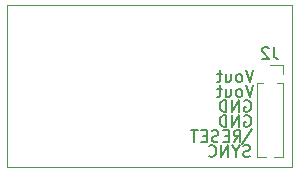
<source format=gbr>
%TF.GenerationSoftware,KiCad,Pcbnew,(5.1.9)-1*%
%TF.CreationDate,2021-04-13T21:36:38+02:00*%
%TF.ProjectId,PS-DC-3V3-2A,50532d44-432d-4335-9633-2d32412e6b69,V1.0*%
%TF.SameCoordinates,Original*%
%TF.FileFunction,Legend,Bot*%
%TF.FilePolarity,Positive*%
%FSLAX46Y46*%
G04 Gerber Fmt 4.6, Leading zero omitted, Abs format (unit mm)*
G04 Created by KiCad (PCBNEW (5.1.9)-1) date 2021-04-13 21:36:38*
%MOMM*%
%LPD*%
G01*
G04 APERTURE LIST*
%ADD10C,0.150000*%
%TA.AperFunction,Profile*%
%ADD11C,0.050000*%
%TD*%
%ADD12C,0.120000*%
G04 APERTURE END LIST*
D10*
X156424095Y-106830761D02*
X156281238Y-106878380D01*
X156043142Y-106878380D01*
X155947904Y-106830761D01*
X155900285Y-106783142D01*
X155852666Y-106687904D01*
X155852666Y-106592666D01*
X155900285Y-106497428D01*
X155947904Y-106449809D01*
X156043142Y-106402190D01*
X156233619Y-106354571D01*
X156328857Y-106306952D01*
X156376476Y-106259333D01*
X156424095Y-106164095D01*
X156424095Y-106068857D01*
X156376476Y-105973619D01*
X156328857Y-105926000D01*
X156233619Y-105878380D01*
X155995523Y-105878380D01*
X155852666Y-105926000D01*
X155233619Y-106402190D02*
X155233619Y-106878380D01*
X155566952Y-105878380D02*
X155233619Y-106402190D01*
X154900285Y-105878380D01*
X154566952Y-106878380D02*
X154566952Y-105878380D01*
X153995523Y-106878380D01*
X153995523Y-105878380D01*
X152947904Y-106783142D02*
X152995523Y-106830761D01*
X153138380Y-106878380D01*
X153233619Y-106878380D01*
X153376476Y-106830761D01*
X153471714Y-106735523D01*
X153519333Y-106640285D01*
X153566952Y-106449809D01*
X153566952Y-106306952D01*
X153519333Y-106116476D01*
X153471714Y-106021238D01*
X153376476Y-105926000D01*
X153233619Y-105878380D01*
X153138380Y-105878380D01*
X152995523Y-105926000D01*
X152947904Y-105973619D01*
X156614476Y-104513142D02*
X155757333Y-105798857D01*
X155043047Y-105608380D02*
X155376380Y-105132190D01*
X155614476Y-105608380D02*
X155614476Y-104608380D01*
X155233523Y-104608380D01*
X155138285Y-104656000D01*
X155090666Y-104703619D01*
X155043047Y-104798857D01*
X155043047Y-104941714D01*
X155090666Y-105036952D01*
X155138285Y-105084571D01*
X155233523Y-105132190D01*
X155614476Y-105132190D01*
X154614476Y-105084571D02*
X154281142Y-105084571D01*
X154138285Y-105608380D02*
X154614476Y-105608380D01*
X154614476Y-104608380D01*
X154138285Y-104608380D01*
X153757333Y-105560761D02*
X153614476Y-105608380D01*
X153376380Y-105608380D01*
X153281142Y-105560761D01*
X153233523Y-105513142D01*
X153185904Y-105417904D01*
X153185904Y-105322666D01*
X153233523Y-105227428D01*
X153281142Y-105179809D01*
X153376380Y-105132190D01*
X153566857Y-105084571D01*
X153662095Y-105036952D01*
X153709714Y-104989333D01*
X153757333Y-104894095D01*
X153757333Y-104798857D01*
X153709714Y-104703619D01*
X153662095Y-104656000D01*
X153566857Y-104608380D01*
X153328761Y-104608380D01*
X153185904Y-104656000D01*
X152757333Y-105084571D02*
X152424000Y-105084571D01*
X152281142Y-105608380D02*
X152757333Y-105608380D01*
X152757333Y-104608380D01*
X152281142Y-104608380D01*
X151995428Y-104608380D02*
X151424000Y-104608380D01*
X151709714Y-105608380D02*
X151709714Y-104608380D01*
X155955904Y-103386000D02*
X156051142Y-103338380D01*
X156194000Y-103338380D01*
X156336857Y-103386000D01*
X156432095Y-103481238D01*
X156479714Y-103576476D01*
X156527333Y-103766952D01*
X156527333Y-103909809D01*
X156479714Y-104100285D01*
X156432095Y-104195523D01*
X156336857Y-104290761D01*
X156194000Y-104338380D01*
X156098761Y-104338380D01*
X155955904Y-104290761D01*
X155908285Y-104243142D01*
X155908285Y-103909809D01*
X156098761Y-103909809D01*
X155479714Y-104338380D02*
X155479714Y-103338380D01*
X154908285Y-104338380D01*
X154908285Y-103338380D01*
X154432095Y-104338380D02*
X154432095Y-103338380D01*
X154194000Y-103338380D01*
X154051142Y-103386000D01*
X153955904Y-103481238D01*
X153908285Y-103576476D01*
X153860666Y-103766952D01*
X153860666Y-103909809D01*
X153908285Y-104100285D01*
X153955904Y-104195523D01*
X154051142Y-104290761D01*
X154194000Y-104338380D01*
X154432095Y-104338380D01*
X156717809Y-99528380D02*
X156384476Y-100528380D01*
X156051142Y-99528380D01*
X155574952Y-100528380D02*
X155670190Y-100480761D01*
X155717809Y-100433142D01*
X155765428Y-100337904D01*
X155765428Y-100052190D01*
X155717809Y-99956952D01*
X155670190Y-99909333D01*
X155574952Y-99861714D01*
X155432095Y-99861714D01*
X155336857Y-99909333D01*
X155289238Y-99956952D01*
X155241619Y-100052190D01*
X155241619Y-100337904D01*
X155289238Y-100433142D01*
X155336857Y-100480761D01*
X155432095Y-100528380D01*
X155574952Y-100528380D01*
X154384476Y-99861714D02*
X154384476Y-100528380D01*
X154813047Y-99861714D02*
X154813047Y-100385523D01*
X154765428Y-100480761D01*
X154670190Y-100528380D01*
X154527333Y-100528380D01*
X154432095Y-100480761D01*
X154384476Y-100433142D01*
X154051142Y-99861714D02*
X153670190Y-99861714D01*
X153908285Y-99528380D02*
X153908285Y-100385523D01*
X153860666Y-100480761D01*
X153765428Y-100528380D01*
X153670190Y-100528380D01*
X156717809Y-100798380D02*
X156384476Y-101798380D01*
X156051142Y-100798380D01*
X155574952Y-101798380D02*
X155670190Y-101750761D01*
X155717809Y-101703142D01*
X155765428Y-101607904D01*
X155765428Y-101322190D01*
X155717809Y-101226952D01*
X155670190Y-101179333D01*
X155574952Y-101131714D01*
X155432095Y-101131714D01*
X155336857Y-101179333D01*
X155289238Y-101226952D01*
X155241619Y-101322190D01*
X155241619Y-101607904D01*
X155289238Y-101703142D01*
X155336857Y-101750761D01*
X155432095Y-101798380D01*
X155574952Y-101798380D01*
X154384476Y-101131714D02*
X154384476Y-101798380D01*
X154813047Y-101131714D02*
X154813047Y-101655523D01*
X154765428Y-101750761D01*
X154670190Y-101798380D01*
X154527333Y-101798380D01*
X154432095Y-101750761D01*
X154384476Y-101703142D01*
X154051142Y-101131714D02*
X153670190Y-101131714D01*
X153908285Y-100798380D02*
X153908285Y-101655523D01*
X153860666Y-101750761D01*
X153765428Y-101798380D01*
X153670190Y-101798380D01*
X155955904Y-102116000D02*
X156051142Y-102068380D01*
X156194000Y-102068380D01*
X156336857Y-102116000D01*
X156432095Y-102211238D01*
X156479714Y-102306476D01*
X156527333Y-102496952D01*
X156527333Y-102639809D01*
X156479714Y-102830285D01*
X156432095Y-102925523D01*
X156336857Y-103020761D01*
X156194000Y-103068380D01*
X156098761Y-103068380D01*
X155955904Y-103020761D01*
X155908285Y-102973142D01*
X155908285Y-102639809D01*
X156098761Y-102639809D01*
X155479714Y-103068380D02*
X155479714Y-102068380D01*
X154908285Y-103068380D01*
X154908285Y-102068380D01*
X154432095Y-103068380D02*
X154432095Y-102068380D01*
X154194000Y-102068380D01*
X154051142Y-102116000D01*
X153955904Y-102211238D01*
X153908285Y-102306476D01*
X153860666Y-102496952D01*
X153860666Y-102639809D01*
X153908285Y-102830285D01*
X153955904Y-102925523D01*
X154051142Y-103020761D01*
X154194000Y-103068380D01*
X154432095Y-103068380D01*
D11*
X135890000Y-93980000D02*
X160020000Y-93980000D01*
X135890000Y-107696000D02*
X135890000Y-93980000D01*
X160020000Y-107696000D02*
X135890000Y-107696000D01*
X160020000Y-93980000D02*
X160020000Y-107696000D01*
D12*
%TO.C,J2*%
X159225000Y-99062000D02*
X158115000Y-99062000D01*
X159225000Y-99822000D02*
X159225000Y-99062000D01*
X157551529Y-100582000D02*
X157005000Y-100582000D01*
X159225000Y-100582000D02*
X158678471Y-100582000D01*
X157005000Y-100582000D02*
X157005000Y-106867000D01*
X159225000Y-100582000D02*
X159225000Y-106867000D01*
X157807470Y-106867000D02*
X157005000Y-106867000D01*
X159225000Y-106867000D02*
X158422530Y-106867000D01*
%TD*%
%TO.C,J2*%
D10*
X158448333Y-97579380D02*
X158448333Y-98293666D01*
X158495952Y-98436523D01*
X158591190Y-98531761D01*
X158734047Y-98579380D01*
X158829285Y-98579380D01*
X158019761Y-97674619D02*
X157972142Y-97627000D01*
X157876904Y-97579380D01*
X157638809Y-97579380D01*
X157543571Y-97627000D01*
X157495952Y-97674619D01*
X157448333Y-97769857D01*
X157448333Y-97865095D01*
X157495952Y-98007952D01*
X158067380Y-98579380D01*
X157448333Y-98579380D01*
%TD*%
M02*

</source>
